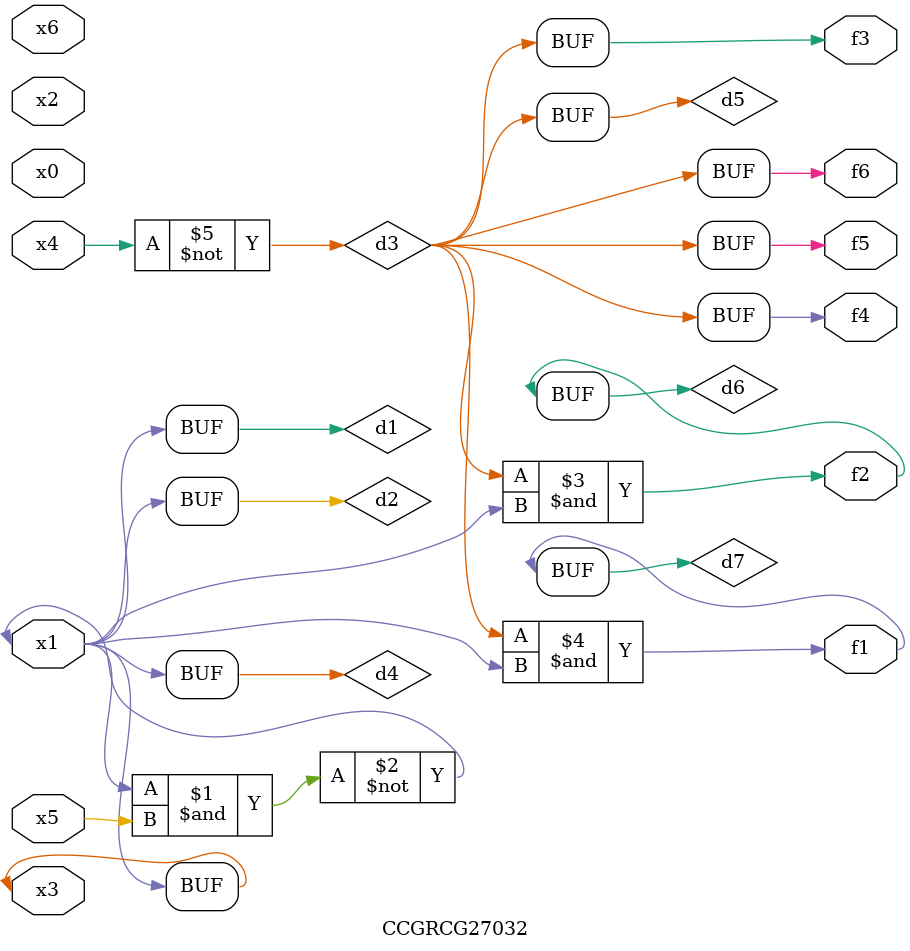
<source format=v>
module CCGRCG27032(
	input x0, x1, x2, x3, x4, x5, x6,
	output f1, f2, f3, f4, f5, f6
);

	wire d1, d2, d3, d4, d5, d6, d7;

	buf (d1, x1, x3);
	nand (d2, x1, x5);
	not (d3, x4);
	buf (d4, d1, d2);
	buf (d5, d3);
	and (d6, d3, d4);
	and (d7, d3, d4);
	assign f1 = d7;
	assign f2 = d6;
	assign f3 = d5;
	assign f4 = d5;
	assign f5 = d5;
	assign f6 = d5;
endmodule

</source>
